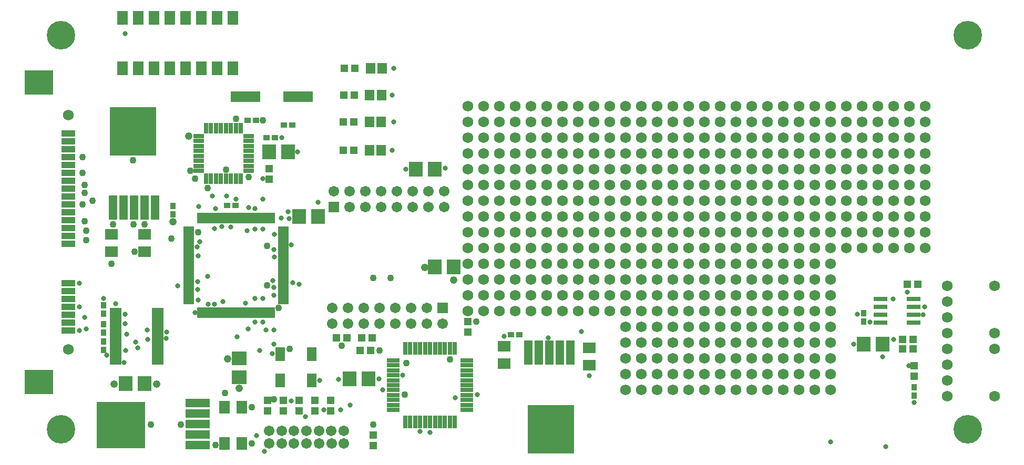
<source format=gts>
%FSLAX24Y24*%
%MOIN*%
G70*
G01*
G75*
G04 Layer_Color=8388736*
G04 Layer_Color=8388736*
%ADD10R,0.1732X0.1441*%
%ADD11R,0.0827X0.0354*%
%ADD12R,0.0827X0.0354*%
%ADD13R,0.0394X0.0433*%
%ADD14R,0.0276X0.0354*%
%ADD15R,0.0433X0.0394*%
%ADD16R,0.0807X0.0236*%
%ADD17R,0.0787X0.0866*%
%ADD18R,0.0630X0.0118*%
%ADD19R,0.0118X0.0630*%
%ADD20R,0.0354X0.0276*%
%ADD21R,0.0512X0.0630*%
%ADD22R,0.0866X0.0787*%
%ADD23R,0.0610X0.0197*%
%ADD24R,0.0197X0.0610*%
%ADD25R,0.0551X0.0787*%
%ADD26R,0.0709X0.0630*%
%ADD27R,0.0500X0.1500*%
%ADD28R,0.2900X0.3000*%
%ADD29R,0.0630X0.0709*%
%ADD30R,0.1500X0.0500*%
%ADD31R,0.3000X0.2900*%
%ADD32R,0.1772X0.0591*%
%ADD33R,0.0197X0.0748*%
%ADD34R,0.0748X0.0197*%
%ADD35R,0.0197X0.0610*%
%ADD36R,0.0600X0.0800*%
%ADD37R,0.0669X0.0177*%
%ADD38R,0.0669X0.0177*%
%ADD39C,0.0100*%
%ADD40C,0.0120*%
%ADD41C,0.0200*%
%ADD42C,0.0160*%
%ADD43C,0.0150*%
%ADD44C,0.0250*%
%ADD45C,0.0080*%
%ADD46C,0.0600*%
%ADD47C,0.1732*%
%ADD48C,0.1732*%
%ADD49C,0.0591*%
%ADD50R,0.0591X0.0591*%
%ADD51C,0.0250*%
%ADD52C,0.0400*%
%ADD53C,0.0350*%
%ADD54C,0.0090*%
%ADD55C,0.0098*%
%ADD56C,0.0079*%
%ADD57C,0.0070*%
%ADD58C,0.0050*%
%ADD59R,0.1812X0.1521*%
%ADD60R,0.0907X0.0434*%
%ADD61R,0.0907X0.0434*%
%ADD62R,0.0474X0.0513*%
%ADD63R,0.0356X0.0434*%
%ADD64R,0.0513X0.0474*%
%ADD65R,0.0887X0.0316*%
%ADD66R,0.0867X0.0946*%
%ADD67R,0.0710X0.0198*%
%ADD68R,0.0198X0.0710*%
%ADD69R,0.0434X0.0356*%
%ADD70R,0.0592X0.0710*%
%ADD71R,0.0946X0.0867*%
%ADD72R,0.0690X0.0277*%
%ADD73R,0.0277X0.0690*%
%ADD74R,0.0631X0.0867*%
%ADD75R,0.0789X0.0710*%
%ADD76R,0.0580X0.1580*%
%ADD77R,0.2980X0.3080*%
%ADD78R,0.0710X0.0789*%
%ADD79R,0.1580X0.0580*%
%ADD80R,0.3080X0.2980*%
%ADD81R,0.1852X0.0671*%
%ADD82R,0.0277X0.0828*%
%ADD83R,0.0828X0.0277*%
%ADD84R,0.0277X0.0690*%
%ADD85R,0.0680X0.0880*%
%ADD86R,0.0749X0.0257*%
%ADD87R,0.0749X0.0257*%
%ADD88C,0.0680*%
%ADD89C,0.1812*%
%ADD90C,0.1812*%
%ADD91C,0.0671*%
%ADD92R,0.0671X0.0671*%
%ADD93C,0.0330*%
%ADD94C,0.0480*%
%ADD95C,0.0430*%
D59*
X18583Y35492D02*
D03*
Y54508D02*
D03*
D60*
X20472Y38750D02*
D03*
Y39250D02*
D03*
Y39750D02*
D03*
Y40250D02*
D03*
Y40750D02*
D03*
Y41250D02*
D03*
Y41750D02*
D03*
D61*
Y51250D02*
D03*
Y50750D02*
D03*
Y50250D02*
D03*
Y49750D02*
D03*
Y49250D02*
D03*
Y48750D02*
D03*
Y48250D02*
D03*
Y47750D02*
D03*
Y47250D02*
D03*
Y46750D02*
D03*
Y46250D02*
D03*
Y45750D02*
D03*
Y45250D02*
D03*
Y44750D02*
D03*
Y44250D02*
D03*
D62*
X74100Y35865D02*
D03*
Y36535D02*
D03*
X45800Y39335D02*
D03*
Y38665D02*
D03*
X37100Y33665D02*
D03*
Y34335D02*
D03*
X34100Y33665D02*
D03*
Y34335D02*
D03*
X33100Y33665D02*
D03*
Y34335D02*
D03*
X33200Y49035D02*
D03*
Y48365D02*
D03*
X35100Y34335D02*
D03*
Y33665D02*
D03*
X36100Y33665D02*
D03*
Y34335D02*
D03*
X39800Y32135D02*
D03*
Y31465D02*
D03*
D63*
X74100Y34644D02*
D03*
Y35156D02*
D03*
X70900Y39344D02*
D03*
Y39856D02*
D03*
X22700Y38644D02*
D03*
Y39156D02*
D03*
X27100Y46144D02*
D03*
Y46656D02*
D03*
X22700Y37544D02*
D03*
Y38056D02*
D03*
Y40356D02*
D03*
Y39844D02*
D03*
D64*
X74035Y37600D02*
D03*
X73365D02*
D03*
X73365Y38200D02*
D03*
X74035D02*
D03*
X73665Y41700D02*
D03*
X74335D02*
D03*
X39635Y37500D02*
D03*
X38965D02*
D03*
X38135Y38300D02*
D03*
X37465D02*
D03*
X39735D02*
D03*
X39065D02*
D03*
X38587Y53700D02*
D03*
X37917D02*
D03*
X38561Y52000D02*
D03*
X37891D02*
D03*
X38561Y50200D02*
D03*
X37891D02*
D03*
X38635Y55400D02*
D03*
X37965D02*
D03*
D65*
X71947Y40750D02*
D03*
Y40250D02*
D03*
Y39750D02*
D03*
Y39250D02*
D03*
X74053Y40750D02*
D03*
Y40250D02*
D03*
Y39750D02*
D03*
Y39250D02*
D03*
D66*
X70909Y37900D02*
D03*
X72091D02*
D03*
X38309Y35700D02*
D03*
X39491D02*
D03*
X42509Y49000D02*
D03*
X43691D02*
D03*
X35109Y46000D02*
D03*
X36291D02*
D03*
X33209Y50100D02*
D03*
X34391D02*
D03*
X24109Y35400D02*
D03*
X25291D02*
D03*
X43709Y42800D02*
D03*
X44891D02*
D03*
D67*
X28108Y45065D02*
D03*
Y44868D02*
D03*
Y44278D02*
D03*
Y44081D02*
D03*
Y43491D02*
D03*
Y42113D02*
D03*
Y41916D02*
D03*
Y41522D02*
D03*
Y41325D02*
D03*
Y40735D02*
D03*
Y40538D02*
D03*
X34092Y45262D02*
D03*
Y45065D02*
D03*
Y44868D02*
D03*
Y44672D02*
D03*
Y44475D02*
D03*
Y44278D02*
D03*
Y44081D02*
D03*
Y43884D02*
D03*
Y43687D02*
D03*
Y43491D02*
D03*
Y43294D02*
D03*
Y43097D02*
D03*
Y42900D02*
D03*
Y42703D02*
D03*
Y42506D02*
D03*
Y42309D02*
D03*
Y42113D02*
D03*
Y41916D02*
D03*
Y41719D02*
D03*
Y41522D02*
D03*
Y41325D02*
D03*
Y41128D02*
D03*
Y40932D02*
D03*
Y40735D02*
D03*
Y40538D02*
D03*
X28108Y44672D02*
D03*
Y42900D02*
D03*
Y42506D02*
D03*
Y42309D02*
D03*
Y43294D02*
D03*
Y43097D02*
D03*
Y44475D02*
D03*
Y45262D02*
D03*
Y43884D02*
D03*
Y43687D02*
D03*
Y41719D02*
D03*
Y42703D02*
D03*
Y41128D02*
D03*
Y40932D02*
D03*
D68*
X28738Y39908D02*
D03*
X29328D02*
D03*
X30116D02*
D03*
X31297D02*
D03*
X31691D02*
D03*
X31887D02*
D03*
X32084D02*
D03*
X32281D02*
D03*
X32478D02*
D03*
X32675D02*
D03*
X32872D02*
D03*
X33068D02*
D03*
X33265D02*
D03*
X33462D02*
D03*
X28738Y45892D02*
D03*
X28935D02*
D03*
X29132D02*
D03*
X29328D02*
D03*
X29525D02*
D03*
X29722D02*
D03*
X29919D02*
D03*
X30116D02*
D03*
X30313D02*
D03*
X30509D02*
D03*
X30706D02*
D03*
X30903D02*
D03*
X31100D02*
D03*
X31297D02*
D03*
X31494D02*
D03*
X31691D02*
D03*
X31887D02*
D03*
X32084D02*
D03*
X32281D02*
D03*
X32478D02*
D03*
X32675D02*
D03*
X32872D02*
D03*
X33068D02*
D03*
X33265D02*
D03*
X33462D02*
D03*
X29722Y39908D02*
D03*
X31494D02*
D03*
X31100D02*
D03*
X30313D02*
D03*
X30509D02*
D03*
X30706D02*
D03*
X30903D02*
D03*
X28935D02*
D03*
X29132D02*
D03*
X29525D02*
D03*
X29919D02*
D03*
D69*
X30544Y46700D02*
D03*
X31056D02*
D03*
X33044Y51000D02*
D03*
X33556D02*
D03*
X48544Y38500D02*
D03*
X49056D02*
D03*
X31844Y52100D02*
D03*
X32356D02*
D03*
X34144Y51800D02*
D03*
X34656D02*
D03*
D70*
X40326Y53700D02*
D03*
X39578D02*
D03*
X40300Y52000D02*
D03*
X39552D02*
D03*
X40300Y50200D02*
D03*
X39552D02*
D03*
X40374Y55400D02*
D03*
X39626D02*
D03*
D71*
X31300Y36991D02*
D03*
Y35809D02*
D03*
D72*
X28715Y49213D02*
D03*
Y48898D02*
D03*
X31885Y51102D02*
D03*
Y50787D02*
D03*
Y50472D02*
D03*
Y50157D02*
D03*
Y49843D02*
D03*
Y49528D02*
D03*
Y49213D02*
D03*
Y48898D02*
D03*
X28715Y50157D02*
D03*
Y50472D02*
D03*
Y50787D02*
D03*
Y51102D02*
D03*
Y49528D02*
D03*
Y49843D02*
D03*
D73*
X29198Y48415D02*
D03*
X29513D02*
D03*
X29828D02*
D03*
X30143D02*
D03*
X30457D02*
D03*
X30772D02*
D03*
X31087D02*
D03*
X31402D02*
D03*
X30772Y51585D02*
D03*
X31087D02*
D03*
X31402D02*
D03*
X30457D02*
D03*
X29828D02*
D03*
X29513D02*
D03*
X30143D02*
D03*
D74*
X33900Y35600D02*
D03*
X35900D02*
D03*
Y37254D02*
D03*
X33900D02*
D03*
D75*
X23200Y43749D02*
D03*
Y44851D02*
D03*
X25300Y43749D02*
D03*
Y44851D02*
D03*
X53500Y36549D02*
D03*
Y37651D02*
D03*
X48100Y37751D02*
D03*
Y36649D02*
D03*
D76*
X23300Y46550D02*
D03*
X23970D02*
D03*
X24640D02*
D03*
X25310D02*
D03*
X25980D02*
D03*
X52300Y37350D02*
D03*
X51630D02*
D03*
X50960D02*
D03*
X50290D02*
D03*
X49620D02*
D03*
D77*
X24550Y51400D02*
D03*
X51050Y32500D02*
D03*
D78*
X31451Y31600D02*
D03*
X30349D02*
D03*
X31451Y33900D02*
D03*
X30349D02*
D03*
D79*
X28650Y31500D02*
D03*
Y32170D02*
D03*
Y32840D02*
D03*
Y33510D02*
D03*
Y34180D02*
D03*
D80*
X23800Y32750D02*
D03*
D81*
X31700Y53600D02*
D03*
X35046D02*
D03*
D82*
X44975Y37643D02*
D03*
X44660D02*
D03*
X44345D02*
D03*
X44030D02*
D03*
X43715D02*
D03*
X43400D02*
D03*
X43085D02*
D03*
X42770D02*
D03*
X42455D02*
D03*
X42140D02*
D03*
X41825D02*
D03*
X44975Y32957D02*
D03*
X44660D02*
D03*
X44345D02*
D03*
X44030D02*
D03*
X43715D02*
D03*
X43400D02*
D03*
X43085D02*
D03*
X42770D02*
D03*
X42455D02*
D03*
X42140D02*
D03*
X41825D02*
D03*
D83*
X45743Y33725D02*
D03*
Y34040D02*
D03*
Y34355D02*
D03*
Y34670D02*
D03*
Y34985D02*
D03*
Y35300D02*
D03*
Y35615D02*
D03*
Y35930D02*
D03*
Y36245D02*
D03*
Y36560D02*
D03*
Y36875D02*
D03*
X41057Y33725D02*
D03*
Y34040D02*
D03*
Y34355D02*
D03*
Y34670D02*
D03*
Y34985D02*
D03*
Y35300D02*
D03*
Y35615D02*
D03*
Y35930D02*
D03*
Y36245D02*
D03*
Y36560D02*
D03*
Y36875D02*
D03*
D84*
X29198Y51585D02*
D03*
D85*
X30900Y55400D02*
D03*
X29900D02*
D03*
X28900D02*
D03*
X27900D02*
D03*
X26900D02*
D03*
X25900D02*
D03*
X24900D02*
D03*
X23900D02*
D03*
Y58600D02*
D03*
X24900D02*
D03*
X25900D02*
D03*
X26900D02*
D03*
X27900D02*
D03*
X28900D02*
D03*
X29900D02*
D03*
X30900D02*
D03*
D86*
X23461Y40063D02*
D03*
D87*
Y39807D02*
D03*
Y39552D02*
D03*
Y39296D02*
D03*
Y39040D02*
D03*
Y38784D02*
D03*
Y38528D02*
D03*
Y38272D02*
D03*
Y38016D02*
D03*
Y37760D02*
D03*
Y37504D02*
D03*
Y37248D02*
D03*
Y36993D02*
D03*
Y36737D02*
D03*
X26139Y40063D02*
D03*
Y39807D02*
D03*
Y39552D02*
D03*
Y39296D02*
D03*
Y39040D02*
D03*
Y38784D02*
D03*
Y38528D02*
D03*
Y38272D02*
D03*
Y38016D02*
D03*
Y37760D02*
D03*
Y37504D02*
D03*
Y37248D02*
D03*
Y36993D02*
D03*
Y36737D02*
D03*
D88*
X20472Y37573D02*
D03*
Y52427D02*
D03*
X76200Y36600D02*
D03*
Y37600D02*
D03*
Y35600D02*
D03*
Y34600D02*
D03*
X79200Y37600D02*
D03*
Y34600D02*
D03*
X76200Y40600D02*
D03*
Y41600D02*
D03*
Y39600D02*
D03*
Y38600D02*
D03*
X79200Y41600D02*
D03*
Y38600D02*
D03*
X74800Y53000D02*
D03*
X73800D02*
D03*
X72800D02*
D03*
X71800D02*
D03*
X70800D02*
D03*
X69800D02*
D03*
X68800D02*
D03*
X67800D02*
D03*
X66800D02*
D03*
X65800D02*
D03*
X64800D02*
D03*
X63800D02*
D03*
X62800D02*
D03*
X61800D02*
D03*
X60800D02*
D03*
X59800D02*
D03*
X58800D02*
D03*
X57800D02*
D03*
X56800D02*
D03*
X55800D02*
D03*
X54800D02*
D03*
X53800D02*
D03*
X52800D02*
D03*
X51800D02*
D03*
X50800D02*
D03*
X49800D02*
D03*
X48800D02*
D03*
X47800D02*
D03*
X74800Y52000D02*
D03*
X73800D02*
D03*
X72800D02*
D03*
X71800D02*
D03*
X70800D02*
D03*
X69800D02*
D03*
X68800D02*
D03*
X67800D02*
D03*
X66800D02*
D03*
X65800D02*
D03*
X64800D02*
D03*
X63800D02*
D03*
X62800D02*
D03*
X61800D02*
D03*
X60800D02*
D03*
X59800D02*
D03*
X58800D02*
D03*
X57800D02*
D03*
X56800D02*
D03*
X55800D02*
D03*
X54800D02*
D03*
X53800D02*
D03*
X52800D02*
D03*
X51800D02*
D03*
X50800D02*
D03*
X49800D02*
D03*
X48800D02*
D03*
X47800D02*
D03*
X74800Y51000D02*
D03*
X73800D02*
D03*
X72800D02*
D03*
X71800D02*
D03*
X70800D02*
D03*
X69800D02*
D03*
X68800D02*
D03*
X67800D02*
D03*
X66800D02*
D03*
X65800D02*
D03*
X64800D02*
D03*
X63800D02*
D03*
X62800D02*
D03*
X61800D02*
D03*
X60800D02*
D03*
X59800D02*
D03*
X58800D02*
D03*
X57800D02*
D03*
X56800D02*
D03*
X55800D02*
D03*
X54800D02*
D03*
X53800D02*
D03*
X52800D02*
D03*
X51800D02*
D03*
X50800D02*
D03*
X49800D02*
D03*
X48800D02*
D03*
X47800D02*
D03*
X74800Y50000D02*
D03*
X73800D02*
D03*
X72800D02*
D03*
X71800D02*
D03*
X70800D02*
D03*
X69800D02*
D03*
X68800D02*
D03*
X67800D02*
D03*
X66800D02*
D03*
X65800D02*
D03*
X64800D02*
D03*
X63800D02*
D03*
X62800D02*
D03*
X61800D02*
D03*
X60800D02*
D03*
X59800D02*
D03*
X58800D02*
D03*
X57800D02*
D03*
X56800D02*
D03*
X55800D02*
D03*
X54800D02*
D03*
X53800D02*
D03*
X52800D02*
D03*
X51800D02*
D03*
X50800D02*
D03*
X49800D02*
D03*
X48800D02*
D03*
X47800D02*
D03*
X74800Y49000D02*
D03*
X73800D02*
D03*
X72800D02*
D03*
X71800D02*
D03*
X70800D02*
D03*
X69800D02*
D03*
X68800D02*
D03*
X67800D02*
D03*
X66800D02*
D03*
X65800D02*
D03*
X64800D02*
D03*
X63800D02*
D03*
X62800D02*
D03*
X61800D02*
D03*
X60800D02*
D03*
X59800D02*
D03*
X58800D02*
D03*
X57800D02*
D03*
X56800D02*
D03*
X55800D02*
D03*
X54800D02*
D03*
X53800D02*
D03*
X52800D02*
D03*
X51800D02*
D03*
X50800D02*
D03*
X49800D02*
D03*
X48800D02*
D03*
X47800D02*
D03*
X74800Y48000D02*
D03*
X73800D02*
D03*
X72800D02*
D03*
X71800D02*
D03*
X70800D02*
D03*
X69800D02*
D03*
X68800D02*
D03*
X67800D02*
D03*
X66800D02*
D03*
X65800D02*
D03*
X64800D02*
D03*
X63800D02*
D03*
X62800D02*
D03*
X61800D02*
D03*
X60800D02*
D03*
X59800D02*
D03*
X58800D02*
D03*
X57800D02*
D03*
X56800D02*
D03*
X55800D02*
D03*
X54800D02*
D03*
X53800D02*
D03*
X52800D02*
D03*
X51800D02*
D03*
X50800D02*
D03*
X49800D02*
D03*
X48800D02*
D03*
X47800D02*
D03*
X74800Y47000D02*
D03*
X73800D02*
D03*
X72800D02*
D03*
X71800D02*
D03*
X70800D02*
D03*
X69800D02*
D03*
X68800D02*
D03*
X67800D02*
D03*
X66800D02*
D03*
X65800D02*
D03*
X64800D02*
D03*
X63800D02*
D03*
X62800D02*
D03*
X61800D02*
D03*
X60800D02*
D03*
X59800D02*
D03*
X58800D02*
D03*
X57800D02*
D03*
X56800D02*
D03*
X55800D02*
D03*
X54800D02*
D03*
X53800D02*
D03*
X52800D02*
D03*
X51800D02*
D03*
X50800D02*
D03*
X49800D02*
D03*
X48800D02*
D03*
X47800D02*
D03*
X74800Y46000D02*
D03*
X73800D02*
D03*
X72800D02*
D03*
X71800D02*
D03*
X70800D02*
D03*
X69800D02*
D03*
X68800D02*
D03*
X67800D02*
D03*
X66800D02*
D03*
X65800D02*
D03*
X64800D02*
D03*
X63800D02*
D03*
X62800D02*
D03*
X61800D02*
D03*
X60800D02*
D03*
X59800D02*
D03*
X58800D02*
D03*
X57800D02*
D03*
X56800D02*
D03*
X55800D02*
D03*
X54800D02*
D03*
X53800D02*
D03*
X52800D02*
D03*
X51800D02*
D03*
X50800D02*
D03*
X49800D02*
D03*
X48800D02*
D03*
X47800D02*
D03*
X74800Y45000D02*
D03*
X73800D02*
D03*
X72800D02*
D03*
X71800D02*
D03*
X70800D02*
D03*
X69800D02*
D03*
X68800D02*
D03*
X67800D02*
D03*
X66800D02*
D03*
X65800D02*
D03*
X64800D02*
D03*
X63800D02*
D03*
X62800D02*
D03*
X61800D02*
D03*
X60800D02*
D03*
X59800D02*
D03*
X58800D02*
D03*
X57800D02*
D03*
X56800D02*
D03*
X55800D02*
D03*
X54800D02*
D03*
X53800D02*
D03*
X52800D02*
D03*
X51800D02*
D03*
X50800D02*
D03*
X49800D02*
D03*
X48800D02*
D03*
X47800D02*
D03*
X74800Y44000D02*
D03*
X73800D02*
D03*
X72800D02*
D03*
X71800D02*
D03*
X70800D02*
D03*
X69800D02*
D03*
X68800D02*
D03*
X67800D02*
D03*
X66800D02*
D03*
X65800D02*
D03*
X64800D02*
D03*
X63800D02*
D03*
X62800D02*
D03*
X61800D02*
D03*
X60800D02*
D03*
X59800D02*
D03*
X58800D02*
D03*
X57800D02*
D03*
X56800D02*
D03*
X55800D02*
D03*
X54800D02*
D03*
X53800D02*
D03*
X52800D02*
D03*
X51800D02*
D03*
X50800D02*
D03*
X49800D02*
D03*
X48800D02*
D03*
X47800D02*
D03*
X68800Y43000D02*
D03*
X67800D02*
D03*
X66800D02*
D03*
X65800D02*
D03*
X64800D02*
D03*
X63800D02*
D03*
X62800D02*
D03*
X61800D02*
D03*
X60800D02*
D03*
X59800D02*
D03*
X58800D02*
D03*
X57800D02*
D03*
X56800D02*
D03*
X55800D02*
D03*
X54800D02*
D03*
X53800D02*
D03*
X52800D02*
D03*
X51800D02*
D03*
X50800D02*
D03*
X49800D02*
D03*
X48800D02*
D03*
X47800D02*
D03*
X68800Y42000D02*
D03*
X67800D02*
D03*
X66800D02*
D03*
X65800D02*
D03*
X64800D02*
D03*
X63800D02*
D03*
X62800D02*
D03*
X61800D02*
D03*
X60800D02*
D03*
X59800D02*
D03*
X58800D02*
D03*
X57800D02*
D03*
X56800D02*
D03*
X55800D02*
D03*
X54800D02*
D03*
X53800D02*
D03*
X52800D02*
D03*
X51800D02*
D03*
X50800D02*
D03*
X49800D02*
D03*
X48800D02*
D03*
X47800D02*
D03*
X68800Y41000D02*
D03*
X67800D02*
D03*
X66800D02*
D03*
X65800D02*
D03*
X64800D02*
D03*
X63800D02*
D03*
X62800D02*
D03*
X61800D02*
D03*
X60800D02*
D03*
X59800D02*
D03*
X58800D02*
D03*
X57800D02*
D03*
X56800D02*
D03*
X55800D02*
D03*
X54800D02*
D03*
X53800D02*
D03*
X52800D02*
D03*
X51800D02*
D03*
X50800D02*
D03*
X49800D02*
D03*
X48800D02*
D03*
X47800D02*
D03*
X68800Y40000D02*
D03*
X67800D02*
D03*
X66800D02*
D03*
X65800D02*
D03*
X64800D02*
D03*
X63800D02*
D03*
X62800D02*
D03*
X61800D02*
D03*
X60800D02*
D03*
X59800D02*
D03*
X58800D02*
D03*
X57800D02*
D03*
X56800D02*
D03*
X55800D02*
D03*
X54800D02*
D03*
X53800D02*
D03*
X52800D02*
D03*
X51800D02*
D03*
X50800D02*
D03*
X49800D02*
D03*
X48800D02*
D03*
X47800D02*
D03*
X45800D02*
D03*
X46800D02*
D03*
X45800Y41000D02*
D03*
X46800D02*
D03*
X45800Y42000D02*
D03*
X46800D02*
D03*
X45800Y43000D02*
D03*
X46800D02*
D03*
X45800Y44000D02*
D03*
X46800D02*
D03*
X45800Y45000D02*
D03*
X46800D02*
D03*
X45800Y46000D02*
D03*
X46800D02*
D03*
X45800Y47000D02*
D03*
X46800D02*
D03*
X45800Y48000D02*
D03*
X46800D02*
D03*
X45800Y49000D02*
D03*
X46800D02*
D03*
X45800Y50000D02*
D03*
X46800D02*
D03*
X45800Y51000D02*
D03*
X46800D02*
D03*
X45800Y52000D02*
D03*
X46800D02*
D03*
X45800Y53000D02*
D03*
X46800D02*
D03*
X55800Y35000D02*
D03*
X56800D02*
D03*
X57800D02*
D03*
X58800D02*
D03*
X59800D02*
D03*
X60800D02*
D03*
X61800D02*
D03*
X62800D02*
D03*
X63800D02*
D03*
X64800D02*
D03*
X65800D02*
D03*
X66800D02*
D03*
X67800D02*
D03*
X68800D02*
D03*
X55800Y36000D02*
D03*
X56800D02*
D03*
X57800D02*
D03*
X58800D02*
D03*
X59800D02*
D03*
X60800D02*
D03*
X61800D02*
D03*
X62800D02*
D03*
X63800D02*
D03*
X64800D02*
D03*
X65800D02*
D03*
X66800D02*
D03*
X67800D02*
D03*
X68800D02*
D03*
X55800Y37000D02*
D03*
X56800D02*
D03*
X57800D02*
D03*
X58800D02*
D03*
X59800D02*
D03*
X60800D02*
D03*
X61800D02*
D03*
X62800D02*
D03*
X63800D02*
D03*
X64800D02*
D03*
X65800D02*
D03*
X66800D02*
D03*
X67800D02*
D03*
X68800D02*
D03*
X55800Y38000D02*
D03*
X56800D02*
D03*
X57800D02*
D03*
X58800D02*
D03*
X59800D02*
D03*
X60800D02*
D03*
X61800D02*
D03*
X62800D02*
D03*
X63800D02*
D03*
X64800D02*
D03*
X65800D02*
D03*
X66800D02*
D03*
X67800D02*
D03*
X68800D02*
D03*
X55800Y39000D02*
D03*
X56800D02*
D03*
X57800D02*
D03*
X58800D02*
D03*
X59800D02*
D03*
X60800D02*
D03*
X61800D02*
D03*
X62800D02*
D03*
X63800D02*
D03*
X64800D02*
D03*
X65800D02*
D03*
X66800D02*
D03*
X67800D02*
D03*
X68800D02*
D03*
D89*
X77500Y32500D02*
D03*
D90*
Y57500D02*
D03*
X20000Y32500D02*
D03*
Y57500D02*
D03*
D91*
X37200Y39200D02*
D03*
Y40200D02*
D03*
X38200Y39200D02*
D03*
Y40200D02*
D03*
X39200Y39200D02*
D03*
Y40200D02*
D03*
X40200Y39200D02*
D03*
Y40200D02*
D03*
X41200Y39200D02*
D03*
Y40200D02*
D03*
X42200Y39200D02*
D03*
Y40200D02*
D03*
X43200Y39200D02*
D03*
Y40200D02*
D03*
X44200Y39200D02*
D03*
X44300Y47600D02*
D03*
Y46600D02*
D03*
X43300Y47600D02*
D03*
Y46600D02*
D03*
X42300Y47600D02*
D03*
Y46600D02*
D03*
X41300Y47600D02*
D03*
Y46600D02*
D03*
X40300Y47600D02*
D03*
Y46600D02*
D03*
X39300Y47600D02*
D03*
Y46600D02*
D03*
X38300Y47600D02*
D03*
Y46600D02*
D03*
X37300Y47600D02*
D03*
X37924Y32387D02*
D03*
Y31600D02*
D03*
X37137Y32387D02*
D03*
X37150Y31600D02*
D03*
X36350Y32387D02*
D03*
Y31600D02*
D03*
X35562Y32387D02*
D03*
Y31600D02*
D03*
X34775Y32387D02*
D03*
Y31600D02*
D03*
X33987Y32387D02*
D03*
Y31600D02*
D03*
X33200Y32387D02*
D03*
Y31600D02*
D03*
D92*
X44200Y40200D02*
D03*
X37300Y46600D02*
D03*
D93*
X34450Y45850D02*
D03*
X21500Y39600D02*
D03*
X21600Y38850D02*
D03*
X30250Y40600D02*
D03*
X29328Y40428D02*
D03*
X29722Y40422D02*
D03*
X28650Y41350D02*
D03*
X27400Y41600D02*
D03*
X28508Y39908D02*
D03*
X25500Y38200D02*
D03*
X26672Y38272D02*
D03*
X26700Y38650D02*
D03*
X25466Y38784D02*
D03*
X22700Y40800D02*
D03*
X23987Y36737D02*
D03*
X22900Y37200D02*
D03*
X24100Y37500D02*
D03*
X24172Y38528D02*
D03*
X24050Y39200D02*
D03*
Y39800D02*
D03*
X23450Y40450D02*
D03*
X31100Y47100D02*
D03*
X30500Y47300D02*
D03*
X28700Y40700D02*
D03*
X28650Y41850D02*
D03*
X29300Y42200D02*
D03*
X28691Y43491D02*
D03*
X28644Y44056D02*
D03*
X28800Y44400D02*
D03*
X29800Y46500D02*
D03*
X29722Y45222D02*
D03*
X30200Y45350D02*
D03*
X30756Y45344D02*
D03*
X32300Y46500D02*
D03*
Y45200D02*
D03*
X31900Y46550D02*
D03*
X31800Y45100D02*
D03*
X33531Y44868D02*
D03*
X34600Y44200D02*
D03*
X33500Y43900D02*
D03*
X33531Y43432D02*
D03*
X34700Y41800D02*
D03*
X33416Y41916D02*
D03*
X35100Y41700D02*
D03*
X33500Y41500D02*
D03*
Y41000D02*
D03*
X32300Y39300D02*
D03*
Y40800D02*
D03*
X32800Y39300D02*
D03*
Y40800D02*
D03*
X31691Y40491D02*
D03*
X38340Y34040D02*
D03*
X34600Y34300D02*
D03*
X37725Y33725D02*
D03*
X36675D02*
D03*
X36400Y35600D02*
D03*
X32800Y45200D02*
D03*
Y47100D02*
D03*
X41100Y55400D02*
D03*
X41000Y53700D02*
D03*
X41100Y52000D02*
D03*
X41000Y50200D02*
D03*
X35000Y50100D02*
D03*
X32800Y48400D02*
D03*
X34000Y51000D02*
D03*
X33400Y37300D02*
D03*
X40400Y35000D02*
D03*
X41670Y35930D02*
D03*
X46400Y34700D02*
D03*
X45000Y34500D02*
D03*
X53000Y38700D02*
D03*
X53500Y35900D02*
D03*
X50900Y38300D02*
D03*
X48100Y38400D02*
D03*
X34400Y46300D02*
D03*
X28738Y46638D02*
D03*
X33950Y45892D02*
D03*
X29600Y47300D02*
D03*
X74750Y40250D02*
D03*
X74650Y39750D02*
D03*
X72800Y38200D02*
D03*
X73765Y36535D02*
D03*
X74100Y34200D02*
D03*
X72091Y37109D02*
D03*
X71300Y39300D02*
D03*
X70500Y39800D02*
D03*
X72750Y40750D02*
D03*
X72300Y31400D02*
D03*
X35500Y33300D02*
D03*
X32600Y37500D02*
D03*
X68800Y31700D02*
D03*
X32400Y32100D02*
D03*
X32900Y31100D02*
D03*
X33500Y37900D02*
D03*
X33000Y38800D02*
D03*
X33500D02*
D03*
X21150Y40250D02*
D03*
Y41750D02*
D03*
Y38750D02*
D03*
X43400Y32300D02*
D03*
X42770Y32370D02*
D03*
X36291Y46891D02*
D03*
X44350Y49050D02*
D03*
X41850Y49000D02*
D03*
X40150Y35700D02*
D03*
X37600Y35650D02*
D03*
X73665Y41200D02*
D03*
X70250Y37900D02*
D03*
X24050Y57600D02*
D03*
X24716Y38016D02*
D03*
X31150Y38350D02*
D03*
X31850Y38850D02*
D03*
X24850Y37650D02*
D03*
D94*
X27100Y45650D02*
D03*
X28100Y51100D02*
D03*
X43050Y42750D02*
D03*
X44891Y41959D02*
D03*
X23350Y35350D02*
D03*
X26050D02*
D03*
X30550Y36950D02*
D03*
X31300Y35100D02*
D03*
D95*
X21350Y49750D02*
D03*
Y48750D02*
D03*
Y46750D02*
D03*
X21500Y45700D02*
D03*
X21600Y45100D02*
D03*
Y44500D02*
D03*
X21500Y47500D02*
D03*
Y48000D02*
D03*
X23300Y45500D02*
D03*
X23200Y43000D02*
D03*
X24600Y45500D02*
D03*
X25300D02*
D03*
X24651Y43749D02*
D03*
X22000Y47000D02*
D03*
X41800Y34700D02*
D03*
X24550Y49550D02*
D03*
X27600Y32800D02*
D03*
X29800Y31500D02*
D03*
X32100Y31600D02*
D03*
Y33900D02*
D03*
X30400Y34800D02*
D03*
X25700Y32800D02*
D03*
X32800Y52100D02*
D03*
X31900Y48500D02*
D03*
X31087Y52187D02*
D03*
X28200Y48900D02*
D03*
X34500Y37600D02*
D03*
X39800Y32800D02*
D03*
X33068Y44131D02*
D03*
Y41631D02*
D03*
X33800Y40200D02*
D03*
X33500Y34400D02*
D03*
X30457Y48957D02*
D03*
X28500Y48400D02*
D03*
X29300Y47800D02*
D03*
X41900Y36700D02*
D03*
X40200Y37500D02*
D03*
X37800Y37800D02*
D03*
X44660Y36940D02*
D03*
X39800Y42100D02*
D03*
X40900D02*
D03*
X46335Y39335D02*
D03*
X27000Y44600D02*
D03*
X28700Y45000D02*
D03*
M02*

</source>
